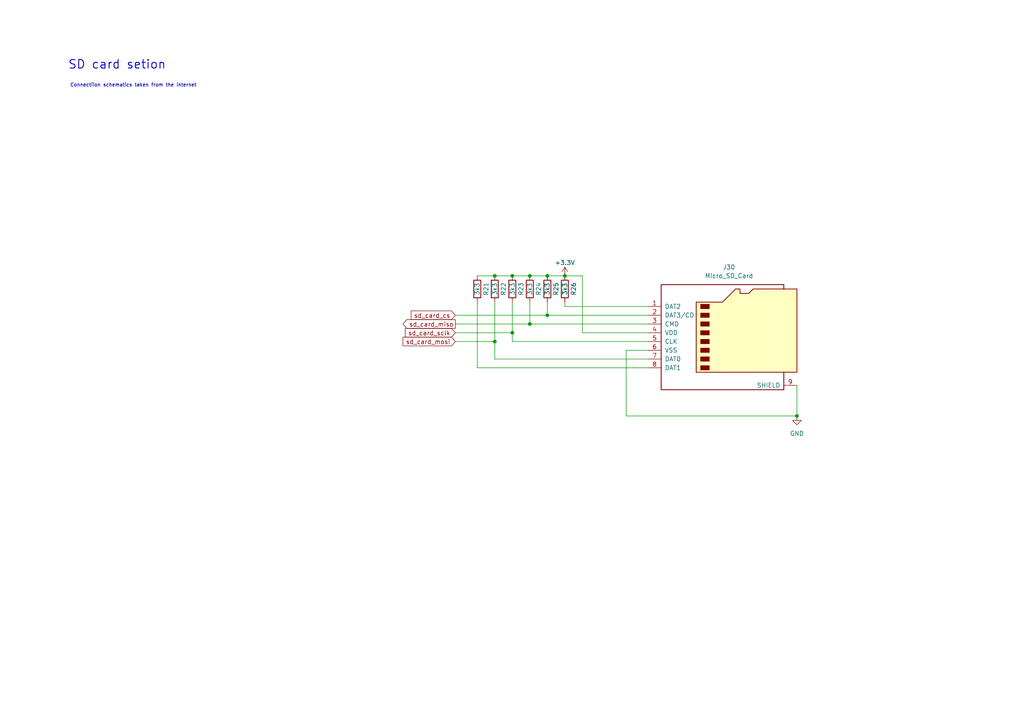
<source format=kicad_sch>
(kicad_sch (version 20230121) (generator eeschema)

  (uuid bd38fb17-afe1-4f64-93e2-3f4edd762275)

  (paper "A4")

  (title_block
    (title "Iron Warriors v2.0 ")
    (date "2023-08-01")
    (rev "1.1")
  )

  (lib_symbols
    (symbol "Connector:Micro_SD_Card" (pin_names (offset 1.016)) (in_bom yes) (on_board yes)
      (property "Reference" "J" (at -16.51 15.24 0)
        (effects (font (size 1.27 1.27)))
      )
      (property "Value" "Micro_SD_Card" (at 16.51 15.24 0)
        (effects (font (size 1.27 1.27)) (justify right))
      )
      (property "Footprint" "" (at 29.21 7.62 0)
        (effects (font (size 1.27 1.27)) hide)
      )
      (property "Datasheet" "http://katalog.we-online.de/em/datasheet/693072010801.pdf" (at 0 0 0)
        (effects (font (size 1.27 1.27)) hide)
      )
      (property "ki_keywords" "connector SD microsd" (at 0 0 0)
        (effects (font (size 1.27 1.27)) hide)
      )
      (property "ki_description" "Micro SD Card Socket" (at 0 0 0)
        (effects (font (size 1.27 1.27)) hide)
      )
      (property "ki_fp_filters" "microSD*" (at 0 0 0)
        (effects (font (size 1.27 1.27)) hide)
      )
      (symbol "Micro_SD_Card_0_1"
        (rectangle (start -7.62 -9.525) (end -5.08 -10.795)
          (stroke (width 0) (type default))
          (fill (type outline))
        )
        (rectangle (start -7.62 -6.985) (end -5.08 -8.255)
          (stroke (width 0) (type default))
          (fill (type outline))
        )
        (rectangle (start -7.62 -4.445) (end -5.08 -5.715)
          (stroke (width 0) (type default))
          (fill (type outline))
        )
        (rectangle (start -7.62 -1.905) (end -5.08 -3.175)
          (stroke (width 0) (type default))
          (fill (type outline))
        )
        (rectangle (start -7.62 0.635) (end -5.08 -0.635)
          (stroke (width 0) (type default))
          (fill (type outline))
        )
        (rectangle (start -7.62 3.175) (end -5.08 1.905)
          (stroke (width 0) (type default))
          (fill (type outline))
        )
        (rectangle (start -7.62 5.715) (end -5.08 4.445)
          (stroke (width 0) (type default))
          (fill (type outline))
        )
        (rectangle (start -7.62 8.255) (end -5.08 6.985)
          (stroke (width 0) (type default))
          (fill (type outline))
        )
        (polyline
          (pts
            (xy 16.51 12.7)
            (xy 16.51 13.97)
            (xy -19.05 13.97)
            (xy -19.05 -16.51)
            (xy 16.51 -16.51)
            (xy 16.51 -11.43)
          )
          (stroke (width 0.254) (type default))
          (fill (type none))
        )
        (polyline
          (pts
            (xy -8.89 -11.43)
            (xy -8.89 8.89)
            (xy -1.27 8.89)
            (xy 2.54 12.7)
            (xy 3.81 12.7)
            (xy 3.81 11.43)
            (xy 6.35 11.43)
            (xy 7.62 12.7)
            (xy 20.32 12.7)
            (xy 20.32 -11.43)
            (xy -8.89 -11.43)
          )
          (stroke (width 0.254) (type default))
          (fill (type background))
        )
      )
      (symbol "Micro_SD_Card_1_1"
        (pin bidirectional line (at -22.86 7.62 0) (length 3.81)
          (name "DAT2" (effects (font (size 1.27 1.27))))
          (number "1" (effects (font (size 1.27 1.27))))
        )
        (pin bidirectional line (at -22.86 5.08 0) (length 3.81)
          (name "DAT3/CD" (effects (font (size 1.27 1.27))))
          (number "2" (effects (font (size 1.27 1.27))))
        )
        (pin input line (at -22.86 2.54 0) (length 3.81)
          (name "CMD" (effects (font (size 1.27 1.27))))
          (number "3" (effects (font (size 1.27 1.27))))
        )
        (pin power_in line (at -22.86 0 0) (length 3.81)
          (name "VDD" (effects (font (size 1.27 1.27))))
          (number "4" (effects (font (size 1.27 1.27))))
        )
        (pin input line (at -22.86 -2.54 0) (length 3.81)
          (name "CLK" (effects (font (size 1.27 1.27))))
          (number "5" (effects (font (size 1.27 1.27))))
        )
        (pin power_in line (at -22.86 -5.08 0) (length 3.81)
          (name "VSS" (effects (font (size 1.27 1.27))))
          (number "6" (effects (font (size 1.27 1.27))))
        )
        (pin bidirectional line (at -22.86 -7.62 0) (length 3.81)
          (name "DAT0" (effects (font (size 1.27 1.27))))
          (number "7" (effects (font (size 1.27 1.27))))
        )
        (pin bidirectional line (at -22.86 -10.16 0) (length 3.81)
          (name "DAT1" (effects (font (size 1.27 1.27))))
          (number "8" (effects (font (size 1.27 1.27))))
        )
        (pin passive line (at 20.32 -15.24 180) (length 3.81)
          (name "SHIELD" (effects (font (size 1.27 1.27))))
          (number "9" (effects (font (size 1.27 1.27))))
        )
      )
    )
    (symbol "Device:R" (pin_numbers hide) (pin_names (offset 0)) (in_bom yes) (on_board yes)
      (property "Reference" "R" (at 2.032 0 90)
        (effects (font (size 1.27 1.27)))
      )
      (property "Value" "R" (at 0 0 90)
        (effects (font (size 1.27 1.27)))
      )
      (property "Footprint" "" (at -1.778 0 90)
        (effects (font (size 1.27 1.27)) hide)
      )
      (property "Datasheet" "~" (at 0 0 0)
        (effects (font (size 1.27 1.27)) hide)
      )
      (property "ki_keywords" "R res resistor" (at 0 0 0)
        (effects (font (size 1.27 1.27)) hide)
      )
      (property "ki_description" "Resistor" (at 0 0 0)
        (effects (font (size 1.27 1.27)) hide)
      )
      (property "ki_fp_filters" "R_*" (at 0 0 0)
        (effects (font (size 1.27 1.27)) hide)
      )
      (symbol "R_0_1"
        (rectangle (start -1.016 -2.54) (end 1.016 2.54)
          (stroke (width 0.254) (type default))
          (fill (type none))
        )
      )
      (symbol "R_1_1"
        (pin passive line (at 0 3.81 270) (length 1.27)
          (name "~" (effects (font (size 1.27 1.27))))
          (number "1" (effects (font (size 1.27 1.27))))
        )
        (pin passive line (at 0 -3.81 90) (length 1.27)
          (name "~" (effects (font (size 1.27 1.27))))
          (number "2" (effects (font (size 1.27 1.27))))
        )
      )
    )
    (symbol "power:+3.3V" (power) (pin_names (offset 0)) (in_bom yes) (on_board yes)
      (property "Reference" "#PWR" (at 0 -3.81 0)
        (effects (font (size 1.27 1.27)) hide)
      )
      (property "Value" "+3.3V" (at 0 3.556 0)
        (effects (font (size 1.27 1.27)))
      )
      (property "Footprint" "" (at 0 0 0)
        (effects (font (size 1.27 1.27)) hide)
      )
      (property "Datasheet" "" (at 0 0 0)
        (effects (font (size 1.27 1.27)) hide)
      )
      (property "ki_keywords" "power-flag" (at 0 0 0)
        (effects (font (size 1.27 1.27)) hide)
      )
      (property "ki_description" "Power symbol creates a global label with name \"+3.3V\"" (at 0 0 0)
        (effects (font (size 1.27 1.27)) hide)
      )
      (symbol "+3.3V_0_1"
        (polyline
          (pts
            (xy -0.762 1.27)
            (xy 0 2.54)
          )
          (stroke (width 0) (type default))
          (fill (type none))
        )
        (polyline
          (pts
            (xy 0 0)
            (xy 0 2.54)
          )
          (stroke (width 0) (type default))
          (fill (type none))
        )
        (polyline
          (pts
            (xy 0 2.54)
            (xy 0.762 1.27)
          )
          (stroke (width 0) (type default))
          (fill (type none))
        )
      )
      (symbol "+3.3V_1_1"
        (pin power_in line (at 0 0 90) (length 0) hide
          (name "+3.3V" (effects (font (size 1.27 1.27))))
          (number "1" (effects (font (size 1.27 1.27))))
        )
      )
    )
    (symbol "power:GND" (power) (pin_names (offset 0)) (in_bom yes) (on_board yes)
      (property "Reference" "#PWR" (at 0 -6.35 0)
        (effects (font (size 1.27 1.27)) hide)
      )
      (property "Value" "GND" (at 0 -3.81 0)
        (effects (font (size 1.27 1.27)))
      )
      (property "Footprint" "" (at 0 0 0)
        (effects (font (size 1.27 1.27)) hide)
      )
      (property "Datasheet" "" (at 0 0 0)
        (effects (font (size 1.27 1.27)) hide)
      )
      (property "ki_keywords" "power-flag" (at 0 0 0)
        (effects (font (size 1.27 1.27)) hide)
      )
      (property "ki_description" "Power symbol creates a global label with name \"GND\" , ground" (at 0 0 0)
        (effects (font (size 1.27 1.27)) hide)
      )
      (symbol "GND_0_1"
        (polyline
          (pts
            (xy 0 0)
            (xy 0 -1.27)
            (xy 1.27 -1.27)
            (xy 0 -2.54)
            (xy -1.27 -1.27)
            (xy 0 -1.27)
          )
          (stroke (width 0) (type default))
          (fill (type none))
        )
      )
      (symbol "GND_1_1"
        (pin power_in line (at 0 0 270) (length 0) hide
          (name "GND" (effects (font (size 1.27 1.27))))
          (number "1" (effects (font (size 1.27 1.27))))
        )
      )
    )
  )

  (junction (at 143.51 80.01) (diameter 0) (color 0 0 0 0)
    (uuid 2867895f-0c78-4bc8-ac18-b2566679574d)
  )
  (junction (at 148.59 96.52) (diameter 0) (color 0 0 0 0)
    (uuid 4a1f8a88-8c02-4aa3-aad8-7ca6b5d335bd)
  )
  (junction (at 158.75 91.44) (diameter 0) (color 0 0 0 0)
    (uuid 5185b128-5a41-42ef-96e7-91efeec22549)
  )
  (junction (at 158.75 80.01) (diameter 0) (color 0 0 0 0)
    (uuid 6097cf98-410e-407e-940d-051972ace0df)
  )
  (junction (at 148.59 80.01) (diameter 0) (color 0 0 0 0)
    (uuid 63bcffdf-80c1-41b5-a5aa-52ecacb3df94)
  )
  (junction (at 143.51 99.06) (diameter 0) (color 0 0 0 0)
    (uuid 768929d0-f064-449b-8ebb-0d9e4dde4fc9)
  )
  (junction (at 153.67 93.98) (diameter 0) (color 0 0 0 0)
    (uuid 92b68d80-a295-4f54-b171-acc76d58bd88)
  )
  (junction (at 231.14 120.65) (diameter 0) (color 0 0 0 0)
    (uuid b899e83d-75d4-4a73-a12e-f6ffa5ab8db6)
  )
  (junction (at 163.83 80.01) (diameter 0) (color 0 0 0 0)
    (uuid cb29cb21-0db8-41fc-811d-029c583b72d6)
  )
  (junction (at 153.67 80.01) (diameter 0) (color 0 0 0 0)
    (uuid d78cd991-0dc5-4c07-b395-5e6228a3776c)
  )

  (wire (pts (xy 158.75 80.01) (xy 163.83 80.01))
    (stroke (width 0) (type default))
    (uuid 05a43084-7f71-443f-977b-031ece8f8815)
  )
  (wire (pts (xy 143.51 80.01) (xy 148.59 80.01))
    (stroke (width 0) (type default))
    (uuid 0bed1e41-c011-4a72-8223-7382be4fd72e)
  )
  (wire (pts (xy 187.96 106.68) (xy 138.43 106.68))
    (stroke (width 0) (type default))
    (uuid 13b4e293-3c05-4457-8d5e-9c9acc0f8d80)
  )
  (wire (pts (xy 187.96 91.44) (xy 158.75 91.44))
    (stroke (width 0) (type default))
    (uuid 1d326f50-2b83-45d3-98c2-4cde22f22aaf)
  )
  (wire (pts (xy 148.59 99.06) (xy 148.59 96.52))
    (stroke (width 0) (type default))
    (uuid 1d819db6-1c9b-4390-a4de-caf19e1742b4)
  )
  (wire (pts (xy 143.51 104.14) (xy 143.51 99.06))
    (stroke (width 0) (type default))
    (uuid 2b4b7c66-e037-4efb-8e8b-4deddef4b2c1)
  )
  (wire (pts (xy 132.08 91.44) (xy 158.75 91.44))
    (stroke (width 0) (type default))
    (uuid 46cb6ea1-ae4c-4351-8a9b-2a3b932ecfb7)
  )
  (wire (pts (xy 163.83 88.9) (xy 187.96 88.9))
    (stroke (width 0) (type default))
    (uuid 4b33159b-cf6f-4f9c-97b3-52f1a92b158c)
  )
  (wire (pts (xy 187.96 101.6) (xy 181.61 101.6))
    (stroke (width 0) (type default))
    (uuid 5f2b5e25-2a56-4378-b547-2d704f2d1584)
  )
  (wire (pts (xy 158.75 91.44) (xy 158.75 87.63))
    (stroke (width 0) (type default))
    (uuid 66d3f91c-e49b-4087-80f4-bcf1ced3df0a)
  )
  (wire (pts (xy 138.43 80.01) (xy 143.51 80.01))
    (stroke (width 0) (type default))
    (uuid 6c28bf99-3a08-483d-8dfb-2f8218c1a706)
  )
  (wire (pts (xy 132.08 96.52) (xy 148.59 96.52))
    (stroke (width 0) (type default))
    (uuid 6f8b9565-eb3d-4ac2-9e27-4bbd14698bc8)
  )
  (wire (pts (xy 143.51 99.06) (xy 143.51 87.63))
    (stroke (width 0) (type default))
    (uuid 726b0101-eecd-47b0-8d9b-1c54a6a4667f)
  )
  (wire (pts (xy 168.91 80.01) (xy 163.83 80.01))
    (stroke (width 0) (type default))
    (uuid 901d2e0f-7a62-4e39-b95a-9d10fdc5e5a5)
  )
  (wire (pts (xy 153.67 93.98) (xy 153.67 87.63))
    (stroke (width 0) (type default))
    (uuid 908b79c7-0a7c-4ce2-9386-08ae69eb567d)
  )
  (wire (pts (xy 132.08 99.06) (xy 143.51 99.06))
    (stroke (width 0) (type default))
    (uuid 9eb59074-c05b-44e6-b5fb-c42f97eb5c1c)
  )
  (wire (pts (xy 132.08 93.98) (xy 153.67 93.98))
    (stroke (width 0) (type default))
    (uuid a06827e6-a3e0-4ca3-94a1-9090902a2f71)
  )
  (wire (pts (xy 181.61 101.6) (xy 181.61 120.65))
    (stroke (width 0) (type default))
    (uuid b4bec2d4-1e71-4f60-a960-90d3960ed023)
  )
  (wire (pts (xy 187.96 99.06) (xy 148.59 99.06))
    (stroke (width 0) (type default))
    (uuid b69f74a0-a6f0-4c78-90ed-c450861b1a4c)
  )
  (wire (pts (xy 231.14 120.65) (xy 231.14 111.76))
    (stroke (width 0) (type default))
    (uuid bb33676f-cf1b-436d-bd3a-e753a1d68421)
  )
  (wire (pts (xy 148.59 80.01) (xy 153.67 80.01))
    (stroke (width 0) (type default))
    (uuid bb460556-3979-4727-a5f5-271184d55e28)
  )
  (wire (pts (xy 181.61 120.65) (xy 231.14 120.65))
    (stroke (width 0) (type default))
    (uuid c3e8e40e-7aa7-4dd5-9a41-4729b6344f23)
  )
  (wire (pts (xy 153.67 80.01) (xy 158.75 80.01))
    (stroke (width 0) (type default))
    (uuid c9ec4905-c577-4912-ab62-9ea33033d5a4)
  )
  (wire (pts (xy 187.96 96.52) (xy 168.91 96.52))
    (stroke (width 0) (type default))
    (uuid ca99509a-dae1-4c85-a8c4-2939c28f116a)
  )
  (wire (pts (xy 168.91 96.52) (xy 168.91 80.01))
    (stroke (width 0) (type default))
    (uuid ce29bc9f-b034-4bb2-a1a0-eeee327f1db4)
  )
  (wire (pts (xy 187.96 104.14) (xy 143.51 104.14))
    (stroke (width 0) (type default))
    (uuid d433eefd-fe0e-410a-a4c3-d8a7bde415bf)
  )
  (wire (pts (xy 163.83 87.63) (xy 163.83 88.9))
    (stroke (width 0) (type default))
    (uuid da671dbc-41fa-48c5-ae80-7a0cbe7216cf)
  )
  (wire (pts (xy 148.59 96.52) (xy 148.59 87.63))
    (stroke (width 0) (type default))
    (uuid e621a2d4-acc1-4f66-972b-8d564833b9b9)
  )
  (wire (pts (xy 187.96 93.98) (xy 153.67 93.98))
    (stroke (width 0) (type default))
    (uuid ed5d71f5-c568-44e7-b589-3fc527c5c638)
  )
  (wire (pts (xy 138.43 87.63) (xy 138.43 106.68))
    (stroke (width 0) (type default))
    (uuid f41f2f8d-c830-4988-a720-9819934cf241)
  )

  (text "SD card setion\n" (at 19.685 20.32 0)
    (effects (font (size 2.5 2.5) (thickness 0.254) bold) (justify left bottom))
    (uuid 0d5419aa-cd6d-4969-abc6-0cc71afd1dc4)
  )
  (text "Connectiion schematics taken from the internet" (at 20.32 25.4 0)
    (effects (font (size 1 1)) (justify left bottom))
    (uuid 0de3bf74-1a22-48e6-a7aa-f3916edddd71)
  )

  (global_label "sd_card_cs" (shape input) (at 132.08 91.44 180) (fields_autoplaced)
    (effects (font (size 1.27 1.27)) (justify right))
    (uuid 1f7b4230-7cb4-4e1f-bdab-af00273d2a37)
    (property "Intersheetrefs" "${INTERSHEET_REFS}" (at 119.265 91.3606 0)
      (effects (font (size 1.27 1.27)) (justify right) hide)
    )
  )
  (global_label "sd_card_sclk" (shape input) (at 132.08 96.52 180) (fields_autoplaced)
    (effects (font (size 1.27 1.27)) (justify right))
    (uuid 3ebcddac-e031-49bf-b1d0-1f01647c135c)
    (property "Intersheetrefs" "${INTERSHEET_REFS}" (at 117.5717 96.4406 0)
      (effects (font (size 1.27 1.27)) (justify right) hide)
    )
  )
  (global_label "sd_card_mosi" (shape input) (at 132.08 99.06 180) (fields_autoplaced)
    (effects (font (size 1.27 1.27)) (justify right))
    (uuid bdde4a4c-e583-42be-aad0-604f28cf9bf2)
    (property "Intersheetrefs" "${INTERSHEET_REFS}" (at 116.9064 98.9806 0)
      (effects (font (size 1.27 1.27)) (justify right) hide)
    )
  )
  (global_label "sd_card_miso" (shape output) (at 132.08 93.98 180) (fields_autoplaced)
    (effects (font (size 1.27 1.27)) (justify right))
    (uuid dda6bfd5-00e6-40bd-bb90-cf02d9d828f8)
    (property "Intersheetrefs" "${INTERSHEET_REFS}" (at 116.9064 93.9006 0)
      (effects (font (size 1.27 1.27)) (justify right) hide)
    )
  )

  (symbol (lib_id "Device:R") (at 138.43 83.82 0) (unit 1)
    (in_bom yes) (on_board yes) (dnp no)
    (uuid 1f600261-49b9-45cf-bcda-f79e0f8d8b6f)
    (property "Reference" "R21" (at 140.97 83.82 90)
      (effects (font (size 1.27 1.27)))
    )
    (property "Value" "3k3" (at 138.43 83.82 90)
      (effects (font (size 1.27 1.27)))
    )
    (property "Footprint" "Resistor_SMD:R_0603_1608Metric" (at 136.652 83.82 90)
      (effects (font (size 1.27 1.27)) hide)
    )
    (property "Datasheet" "~" (at 138.43 83.82 0)
      (effects (font (size 1.27 1.27)) hide)
    )
    (pin "1" (uuid 2b6a2943-1e39-4f10-bb16-d372cf3c61c1))
    (pin "2" (uuid 81af8ffc-91b7-4b4c-b7fc-77b8a020f051))
    (instances
      (project "IW_board_v2.0"
        (path "/1b406b54-f499-4f1c-a8be-65a408c65757/b7b52878-fe66-484d-b159-40551c46f7bc/e73d9565-8f59-4343-9a23-936cf2a3695b"
          (reference "R21") (unit 1)
        )
      )
    )
  )

  (symbol (lib_id "Device:R") (at 143.51 83.82 0) (unit 1)
    (in_bom yes) (on_board yes) (dnp no)
    (uuid 3175b9a7-c626-488a-b5fd-7c80fa453d03)
    (property "Reference" "R22" (at 146.05 83.82 90)
      (effects (font (size 1.27 1.27)))
    )
    (property "Value" "3k3" (at 143.51 83.82 90)
      (effects (font (size 1.27 1.27)))
    )
    (property "Footprint" "Resistor_SMD:R_0603_1608Metric" (at 141.732 83.82 90)
      (effects (font (size 1.27 1.27)) hide)
    )
    (property "Datasheet" "~" (at 143.51 83.82 0)
      (effects (font (size 1.27 1.27)) hide)
    )
    (pin "1" (uuid fb5f085c-ddd5-4fcd-ac17-ddbf50cc1183))
    (pin "2" (uuid 3478a83a-3235-4cf2-8ba0-cdffd8e0509e))
    (instances
      (project "IW_board_v2.0"
        (path "/1b406b54-f499-4f1c-a8be-65a408c65757/b7b52878-fe66-484d-b159-40551c46f7bc/e73d9565-8f59-4343-9a23-936cf2a3695b"
          (reference "R22") (unit 1)
        )
      )
    )
  )

  (symbol (lib_id "Device:R") (at 153.67 83.82 0) (unit 1)
    (in_bom yes) (on_board yes) (dnp no)
    (uuid 45148d50-af8b-48bf-9861-ca2aeffd80d7)
    (property "Reference" "R24" (at 156.21 83.82 90)
      (effects (font (size 1.27 1.27)))
    )
    (property "Value" "3k3" (at 153.67 83.82 90)
      (effects (font (size 1.27 1.27)))
    )
    (property "Footprint" "Resistor_SMD:R_0603_1608Metric" (at 151.892 83.82 90)
      (effects (font (size 1.27 1.27)) hide)
    )
    (property "Datasheet" "~" (at 153.67 83.82 0)
      (effects (font (size 1.27 1.27)) hide)
    )
    (pin "1" (uuid 7d543592-bcb7-4349-823c-7881178063d5))
    (pin "2" (uuid 1d9639b6-d35f-4cb3-8e62-4985065263a4))
    (instances
      (project "IW_board_v2.0"
        (path "/1b406b54-f499-4f1c-a8be-65a408c65757/b7b52878-fe66-484d-b159-40551c46f7bc/e73d9565-8f59-4343-9a23-936cf2a3695b"
          (reference "R24") (unit 1)
        )
      )
    )
  )

  (symbol (lib_id "Device:R") (at 163.83 83.82 0) (unit 1)
    (in_bom yes) (on_board yes) (dnp no)
    (uuid 466beb8c-3980-4e3c-9086-05a4e662d883)
    (property "Reference" "R26" (at 166.37 83.82 90)
      (effects (font (size 1.27 1.27)))
    )
    (property "Value" "3k3" (at 163.83 83.82 90)
      (effects (font (size 1.27 1.27)))
    )
    (property "Footprint" "Resistor_SMD:R_0603_1608Metric" (at 162.052 83.82 90)
      (effects (font (size 1.27 1.27)) hide)
    )
    (property "Datasheet" "~" (at 163.83 83.82 0)
      (effects (font (size 1.27 1.27)) hide)
    )
    (pin "1" (uuid d7cbe4e5-aa0c-456e-93be-2874242ba14d))
    (pin "2" (uuid 735cdbcc-1088-40b1-a5be-4533441f6cc3))
    (instances
      (project "IW_board_v2.0"
        (path "/1b406b54-f499-4f1c-a8be-65a408c65757/b7b52878-fe66-484d-b159-40551c46f7bc/e73d9565-8f59-4343-9a23-936cf2a3695b"
          (reference "R26") (unit 1)
        )
      )
    )
  )

  (symbol (lib_id "power:+3.3V") (at 163.83 80.01 0) (unit 1)
    (in_bom yes) (on_board yes) (dnp no)
    (uuid 61d93fa5-8b5d-4b3c-8cc6-d3e45e5fc72f)
    (property "Reference" "#PWR0150" (at 163.83 83.82 0)
      (effects (font (size 1.27 1.27)) hide)
    )
    (property "Value" "+3.3V" (at 163.83 76.2 0)
      (effects (font (size 1.27 1.27)))
    )
    (property "Footprint" "" (at 163.83 80.01 0)
      (effects (font (size 1.27 1.27)) hide)
    )
    (property "Datasheet" "" (at 163.83 80.01 0)
      (effects (font (size 1.27 1.27)) hide)
    )
    (pin "1" (uuid 54d571d5-2862-40cd-9464-2c1384cc0f85))
    (instances
      (project "IW_board_v2.0"
        (path "/1b406b54-f499-4f1c-a8be-65a408c65757/b7b52878-fe66-484d-b159-40551c46f7bc/e73d9565-8f59-4343-9a23-936cf2a3695b"
          (reference "#PWR0150") (unit 1)
        )
      )
    )
  )

  (symbol (lib_id "power:GND") (at 231.14 120.65 0) (unit 1)
    (in_bom yes) (on_board yes) (dnp no) (fields_autoplaced)
    (uuid 92f88fb1-46fb-4864-ba98-0336f9a3177d)
    (property "Reference" "#PWR0160" (at 231.14 127 0)
      (effects (font (size 1.27 1.27)) hide)
    )
    (property "Value" "GND" (at 231.14 125.73 0)
      (effects (font (size 1.27 1.27)))
    )
    (property "Footprint" "" (at 231.14 120.65 0)
      (effects (font (size 1.27 1.27)) hide)
    )
    (property "Datasheet" "" (at 231.14 120.65 0)
      (effects (font (size 1.27 1.27)) hide)
    )
    (pin "1" (uuid dbb8304b-1fe7-44d4-ba51-765aaba06253))
    (instances
      (project "IW_board_v2.0"
        (path "/1b406b54-f499-4f1c-a8be-65a408c65757/b7b52878-fe66-484d-b159-40551c46f7bc/e73d9565-8f59-4343-9a23-936cf2a3695b"
          (reference "#PWR0160") (unit 1)
        )
      )
    )
  )

  (symbol (lib_id "Connector:Micro_SD_Card") (at 210.82 96.52 0) (unit 1)
    (in_bom yes) (on_board yes) (dnp no) (fields_autoplaced)
    (uuid 9f4334a0-9306-4438-815d-5f425fe2bb31)
    (property "Reference" "J30" (at 211.455 77.47 0)
      (effects (font (size 1.27 1.27)))
    )
    (property "Value" "Micro_SD_Card" (at 211.455 80.01 0)
      (effects (font (size 1.27 1.27)))
    )
    (property "Footprint" "lib:112J-TDAR-R01" (at 240.03 88.9 0)
      (effects (font (size 1.27 1.27)) hide)
    )
    (property "Datasheet" "http://katalog.we-online.de/em/datasheet/693072010801.pdf" (at 210.82 96.52 0)
      (effects (font (size 1.27 1.27)) hide)
    )
    (pin "1" (uuid aafdef9f-9467-4606-aaba-bec5a9270da1))
    (pin "2" (uuid 47f9a440-60cd-4b4b-9a1d-eafade411649))
    (pin "3" (uuid 369e7da4-1dac-44a9-8a08-c2f90a639241))
    (pin "4" (uuid 212e4539-e469-4319-9f58-6125a49fa7c2))
    (pin "5" (uuid b5f73048-08b5-4296-95a4-8f9ff52c888d))
    (pin "6" (uuid 4a4a38c6-b9ed-4058-a34c-745a4c441283))
    (pin "7" (uuid b7bc637a-a624-48ed-ac78-a50b4317b6da))
    (pin "8" (uuid 318e8e9f-59ab-4380-a731-5cc323258e83))
    (pin "9" (uuid 2a8bf162-8c7b-4443-a8b6-0b0eeeff7dad))
    (instances
      (project "IW_board_v2.0"
        (path "/1b406b54-f499-4f1c-a8be-65a408c65757/b7b52878-fe66-484d-b159-40551c46f7bc/e73d9565-8f59-4343-9a23-936cf2a3695b"
          (reference "J30") (unit 1)
        )
      )
    )
  )

  (symbol (lib_id "Device:R") (at 158.75 83.82 0) (unit 1)
    (in_bom yes) (on_board yes) (dnp no)
    (uuid aeb2646a-1b2d-42ec-859c-bb00694a1250)
    (property "Reference" "R25" (at 161.29 83.82 90)
      (effects (font (size 1.27 1.27)))
    )
    (property "Value" "3k3" (at 158.75 83.82 90)
      (effects (font (size 1.27 1.27)))
    )
    (property "Footprint" "Resistor_SMD:R_0603_1608Metric" (at 156.972 83.82 90)
      (effects (font (size 1.27 1.27)) hide)
    )
    (property "Datasheet" "~" (at 158.75 83.82 0)
      (effects (font (size 1.27 1.27)) hide)
    )
    (pin "1" (uuid 64cea800-ddac-47cc-a4ac-df03b8d8ace0))
    (pin "2" (uuid e99141c2-8cf9-47a9-ad7e-e5f613060516))
    (instances
      (project "IW_board_v2.0"
        (path "/1b406b54-f499-4f1c-a8be-65a408c65757/b7b52878-fe66-484d-b159-40551c46f7bc/e73d9565-8f59-4343-9a23-936cf2a3695b"
          (reference "R25") (unit 1)
        )
      )
    )
  )

  (symbol (lib_id "Device:R") (at 148.59 83.82 0) (unit 1)
    (in_bom yes) (on_board yes) (dnp no)
    (uuid ced8f3ea-6438-4843-97b5-dd6e7973142a)
    (property "Reference" "R23" (at 151.13 83.82 90)
      (effects (font (size 1.27 1.27)))
    )
    (property "Value" "3k3" (at 148.59 83.82 90)
      (effects (font (size 1.27 1.27)))
    )
    (property "Footprint" "Resistor_SMD:R_0603_1608Metric" (at 146.812 83.82 90)
      (effects (font (size 1.27 1.27)) hide)
    )
    (property "Datasheet" "~" (at 148.59 83.82 0)
      (effects (font (size 1.27 1.27)) hide)
    )
    (pin "1" (uuid 9c4d4949-ca29-4ce0-9256-27da85315c8e))
    (pin "2" (uuid 16cc5989-bc37-4b13-97c3-efee63fc937e))
    (instances
      (project "IW_board_v2.0"
        (path "/1b406b54-f499-4f1c-a8be-65a408c65757/b7b52878-fe66-484d-b159-40551c46f7bc/e73d9565-8f59-4343-9a23-936cf2a3695b"
          (reference "R23") (unit 1)
        )
      )
    )
  )
)

</source>
